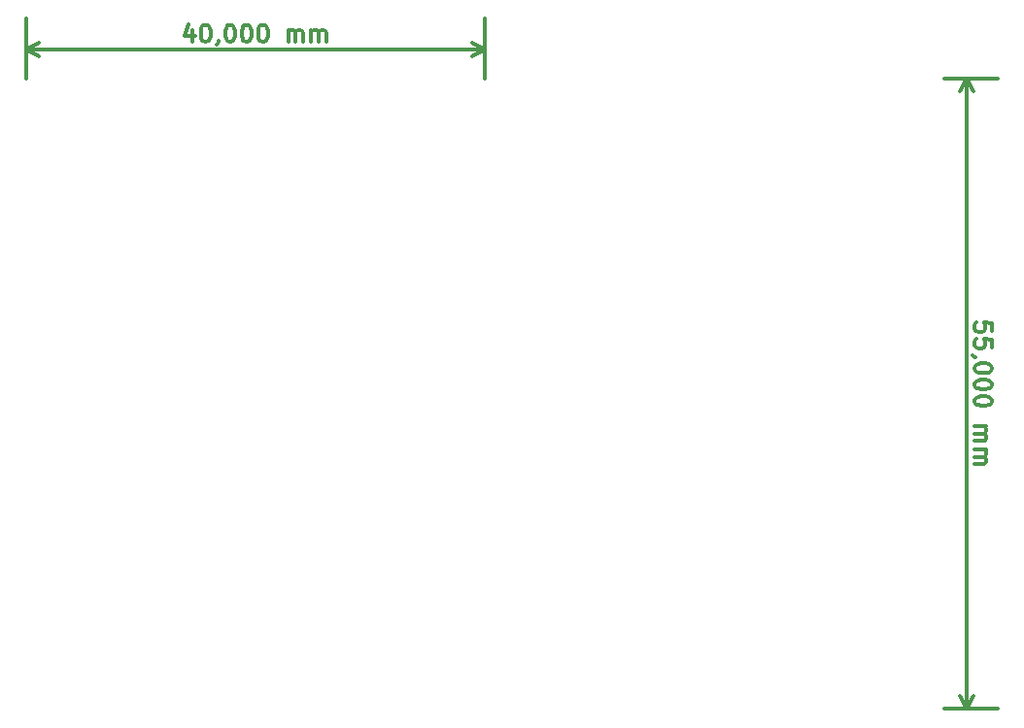
<source format=gbr>
G04 #@! TF.GenerationSoftware,KiCad,Pcbnew,no-vcs-found-a35cc44~61~ubuntu16.04.1*
G04 #@! TF.CreationDate,2018-02-08T08:45:13-05:00*
G04 #@! TF.ProjectId,D21_2550,4432315F323535302E6B696361645F70,rev?*
G04 #@! TF.SameCoordinates,Original*
G04 #@! TF.FileFunction,Drawing*
%FSLAX46Y46*%
G04 Gerber Fmt 4.6, Leading zero omitted, Abs format (unit mm)*
G04 Created by KiCad (PCBNEW no-vcs-found-a35cc44~61~ubuntu16.04.1) date Thu Feb  8 08:45:13 2018*
%MOMM*%
%LPD*%
G01*
G04 APERTURE LIST*
%ADD10C,0.300000*%
G04 APERTURE END LIST*
D10*
X164171428Y-62071428D02*
X164171428Y-61357142D01*
X163457142Y-61285714D01*
X163528571Y-61357142D01*
X163600000Y-61500000D01*
X163600000Y-61857142D01*
X163528571Y-62000000D01*
X163457142Y-62071428D01*
X163314285Y-62142857D01*
X162957142Y-62142857D01*
X162814285Y-62071428D01*
X162742857Y-62000000D01*
X162671428Y-61857142D01*
X162671428Y-61500000D01*
X162742857Y-61357142D01*
X162814285Y-61285714D01*
X164171428Y-63500000D02*
X164171428Y-62785714D01*
X163457142Y-62714285D01*
X163528571Y-62785714D01*
X163600000Y-62928571D01*
X163600000Y-63285714D01*
X163528571Y-63428571D01*
X163457142Y-63500000D01*
X163314285Y-63571428D01*
X162957142Y-63571428D01*
X162814285Y-63500000D01*
X162742857Y-63428571D01*
X162671428Y-63285714D01*
X162671428Y-62928571D01*
X162742857Y-62785714D01*
X162814285Y-62714285D01*
X162742857Y-64285714D02*
X162671428Y-64285714D01*
X162528571Y-64214285D01*
X162457142Y-64142857D01*
X164171428Y-65214285D02*
X164171428Y-65357142D01*
X164100000Y-65500000D01*
X164028571Y-65571428D01*
X163885714Y-65642857D01*
X163600000Y-65714285D01*
X163242857Y-65714285D01*
X162957142Y-65642857D01*
X162814285Y-65571428D01*
X162742857Y-65500000D01*
X162671428Y-65357142D01*
X162671428Y-65214285D01*
X162742857Y-65071428D01*
X162814285Y-65000000D01*
X162957142Y-64928571D01*
X163242857Y-64857142D01*
X163600000Y-64857142D01*
X163885714Y-64928571D01*
X164028571Y-65000000D01*
X164100000Y-65071428D01*
X164171428Y-65214285D01*
X164171428Y-66642857D02*
X164171428Y-66785714D01*
X164100000Y-66928571D01*
X164028571Y-67000000D01*
X163885714Y-67071428D01*
X163600000Y-67142857D01*
X163242857Y-67142857D01*
X162957142Y-67071428D01*
X162814285Y-67000000D01*
X162742857Y-66928571D01*
X162671428Y-66785714D01*
X162671428Y-66642857D01*
X162742857Y-66500000D01*
X162814285Y-66428571D01*
X162957142Y-66357142D01*
X163242857Y-66285714D01*
X163600000Y-66285714D01*
X163885714Y-66357142D01*
X164028571Y-66428571D01*
X164100000Y-66500000D01*
X164171428Y-66642857D01*
X164171428Y-68071428D02*
X164171428Y-68214285D01*
X164100000Y-68357142D01*
X164028571Y-68428571D01*
X163885714Y-68500000D01*
X163600000Y-68571428D01*
X163242857Y-68571428D01*
X162957142Y-68500000D01*
X162814285Y-68428571D01*
X162742857Y-68357142D01*
X162671428Y-68214285D01*
X162671428Y-68071428D01*
X162742857Y-67928571D01*
X162814285Y-67857142D01*
X162957142Y-67785714D01*
X163242857Y-67714285D01*
X163600000Y-67714285D01*
X163885714Y-67785714D01*
X164028571Y-67857142D01*
X164100000Y-67928571D01*
X164171428Y-68071428D01*
X162671428Y-70357142D02*
X163671428Y-70357142D01*
X163528571Y-70357142D02*
X163600000Y-70428571D01*
X163671428Y-70571428D01*
X163671428Y-70785714D01*
X163600000Y-70928571D01*
X163457142Y-71000000D01*
X162671428Y-71000000D01*
X163457142Y-71000000D02*
X163600000Y-71071428D01*
X163671428Y-71214285D01*
X163671428Y-71428571D01*
X163600000Y-71571428D01*
X163457142Y-71642857D01*
X162671428Y-71642857D01*
X162671428Y-72357142D02*
X163671428Y-72357142D01*
X163528571Y-72357142D02*
X163600000Y-72428571D01*
X163671428Y-72571428D01*
X163671428Y-72785714D01*
X163600000Y-72928571D01*
X163457142Y-73000000D01*
X162671428Y-73000000D01*
X163457142Y-73000000D02*
X163600000Y-73071428D01*
X163671428Y-73214285D01*
X163671428Y-73428571D01*
X163600000Y-73571428D01*
X163457142Y-73642857D01*
X162671428Y-73642857D01*
X162000000Y-40000000D02*
X162000000Y-95000000D01*
X160000000Y-40000000D02*
X164700000Y-40000000D01*
X160000000Y-95000000D02*
X164700000Y-95000000D01*
X162000000Y-95000000D02*
X161413579Y-93873496D01*
X162000000Y-95000000D02*
X162586421Y-93873496D01*
X162000000Y-40000000D02*
X161413579Y-41126504D01*
X162000000Y-40000000D02*
X162586421Y-41126504D01*
X94500000Y-35828571D02*
X94500000Y-36828571D01*
X94142857Y-35257142D02*
X93785714Y-36328571D01*
X94714285Y-36328571D01*
X95571428Y-35328571D02*
X95714285Y-35328571D01*
X95857142Y-35400000D01*
X95928571Y-35471428D01*
X96000000Y-35614285D01*
X96071428Y-35900000D01*
X96071428Y-36257142D01*
X96000000Y-36542857D01*
X95928571Y-36685714D01*
X95857142Y-36757142D01*
X95714285Y-36828571D01*
X95571428Y-36828571D01*
X95428571Y-36757142D01*
X95357142Y-36685714D01*
X95285714Y-36542857D01*
X95214285Y-36257142D01*
X95214285Y-35900000D01*
X95285714Y-35614285D01*
X95357142Y-35471428D01*
X95428571Y-35400000D01*
X95571428Y-35328571D01*
X96785714Y-36757142D02*
X96785714Y-36828571D01*
X96714285Y-36971428D01*
X96642857Y-37042857D01*
X97714285Y-35328571D02*
X97857142Y-35328571D01*
X98000000Y-35400000D01*
X98071428Y-35471428D01*
X98142857Y-35614285D01*
X98214285Y-35900000D01*
X98214285Y-36257142D01*
X98142857Y-36542857D01*
X98071428Y-36685714D01*
X98000000Y-36757142D01*
X97857142Y-36828571D01*
X97714285Y-36828571D01*
X97571428Y-36757142D01*
X97500000Y-36685714D01*
X97428571Y-36542857D01*
X97357142Y-36257142D01*
X97357142Y-35900000D01*
X97428571Y-35614285D01*
X97500000Y-35471428D01*
X97571428Y-35400000D01*
X97714285Y-35328571D01*
X99142857Y-35328571D02*
X99285714Y-35328571D01*
X99428571Y-35400000D01*
X99500000Y-35471428D01*
X99571428Y-35614285D01*
X99642857Y-35900000D01*
X99642857Y-36257142D01*
X99571428Y-36542857D01*
X99500000Y-36685714D01*
X99428571Y-36757142D01*
X99285714Y-36828571D01*
X99142857Y-36828571D01*
X99000000Y-36757142D01*
X98928571Y-36685714D01*
X98857142Y-36542857D01*
X98785714Y-36257142D01*
X98785714Y-35900000D01*
X98857142Y-35614285D01*
X98928571Y-35471428D01*
X99000000Y-35400000D01*
X99142857Y-35328571D01*
X100571428Y-35328571D02*
X100714285Y-35328571D01*
X100857142Y-35400000D01*
X100928571Y-35471428D01*
X101000000Y-35614285D01*
X101071428Y-35900000D01*
X101071428Y-36257142D01*
X101000000Y-36542857D01*
X100928571Y-36685714D01*
X100857142Y-36757142D01*
X100714285Y-36828571D01*
X100571428Y-36828571D01*
X100428571Y-36757142D01*
X100357142Y-36685714D01*
X100285714Y-36542857D01*
X100214285Y-36257142D01*
X100214285Y-35900000D01*
X100285714Y-35614285D01*
X100357142Y-35471428D01*
X100428571Y-35400000D01*
X100571428Y-35328571D01*
X102857142Y-36828571D02*
X102857142Y-35828571D01*
X102857142Y-35971428D02*
X102928571Y-35900000D01*
X103071428Y-35828571D01*
X103285714Y-35828571D01*
X103428571Y-35900000D01*
X103500000Y-36042857D01*
X103500000Y-36828571D01*
X103500000Y-36042857D02*
X103571428Y-35900000D01*
X103714285Y-35828571D01*
X103928571Y-35828571D01*
X104071428Y-35900000D01*
X104142857Y-36042857D01*
X104142857Y-36828571D01*
X104857142Y-36828571D02*
X104857142Y-35828571D01*
X104857142Y-35971428D02*
X104928571Y-35900000D01*
X105071428Y-35828571D01*
X105285714Y-35828571D01*
X105428571Y-35900000D01*
X105500000Y-36042857D01*
X105500000Y-36828571D01*
X105500000Y-36042857D02*
X105571428Y-35900000D01*
X105714285Y-35828571D01*
X105928571Y-35828571D01*
X106071428Y-35900000D01*
X106142857Y-36042857D01*
X106142857Y-36828571D01*
X80000000Y-37500000D02*
X120000000Y-37500000D01*
X80000000Y-40000000D02*
X80000000Y-34800000D01*
X120000000Y-40000000D02*
X120000000Y-34800000D01*
X120000000Y-37500000D02*
X118873496Y-38086421D01*
X120000000Y-37500000D02*
X118873496Y-36913579D01*
X80000000Y-37500000D02*
X81126504Y-38086421D01*
X80000000Y-37500000D02*
X81126504Y-36913579D01*
M02*

</source>
